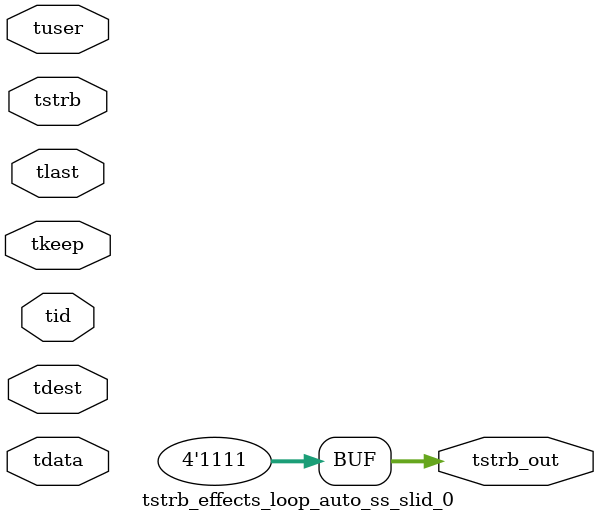
<source format=v>


`timescale 1ps/1ps

module tstrb_effects_loop_auto_ss_slid_0 #
(
parameter C_S_AXIS_TDATA_WIDTH = 32,
parameter C_S_AXIS_TUSER_WIDTH = 0,
parameter C_S_AXIS_TID_WIDTH   = 0,
parameter C_S_AXIS_TDEST_WIDTH = 0,
parameter C_M_AXIS_TDATA_WIDTH = 32
)
(
input  [(C_S_AXIS_TDATA_WIDTH == 0 ? 1 : C_S_AXIS_TDATA_WIDTH)-1:0     ] tdata,
input  [(C_S_AXIS_TUSER_WIDTH == 0 ? 1 : C_S_AXIS_TUSER_WIDTH)-1:0     ] tuser,
input  [(C_S_AXIS_TID_WIDTH   == 0 ? 1 : C_S_AXIS_TID_WIDTH)-1:0       ] tid,
input  [(C_S_AXIS_TDEST_WIDTH == 0 ? 1 : C_S_AXIS_TDEST_WIDTH)-1:0     ] tdest,
input  [(C_S_AXIS_TDATA_WIDTH/8)-1:0 ] tkeep,
input  [(C_S_AXIS_TDATA_WIDTH/8)-1:0 ] tstrb,
input                                                                    tlast,
output [(C_M_AXIS_TDATA_WIDTH/8)-1:0 ] tstrb_out
);

assign tstrb_out = {8'b11111111};

endmodule


</source>
